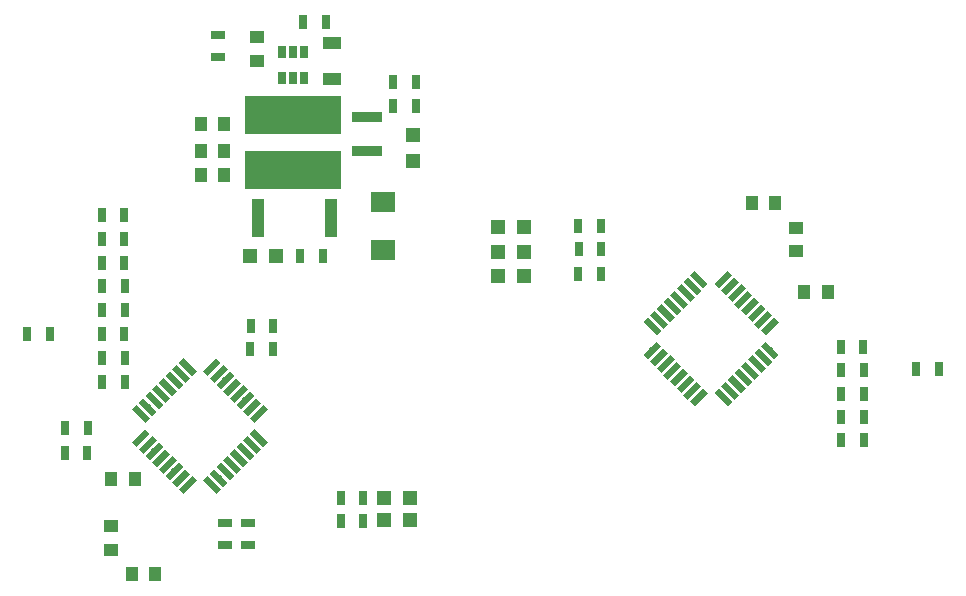
<source format=gtp>
G04 #@! TF.GenerationSoftware,KiCad,Pcbnew,(5.1.4-0-10_14)*
G04 #@! TF.CreationDate,2019-11-22T04:33:24-05:00*
G04 #@! TF.ProjectId,controllerBoard,636f6e74-726f-46c6-9c65-72426f617264,rev?*
G04 #@! TF.SameCoordinates,Original*
G04 #@! TF.FileFunction,Paste,Top*
G04 #@! TF.FilePolarity,Positive*
%FSLAX46Y46*%
G04 Gerber Fmt 4.6, Leading zero omitted, Abs format (unit mm)*
G04 Created by KiCad (PCBNEW (5.1.4-0-10_14)) date 2019-11-22 04:33:24*
%MOMM*%
%LPD*%
G04 APERTURE LIST*
%ADD10R,1.250000X1.000000*%
%ADD11R,1.000000X1.250000*%
%ADD12R,1.200000X1.200000*%
%ADD13R,2.500000X0.900000*%
%ADD14R,8.200000X3.300000*%
%ADD15R,0.700000X1.300000*%
%ADD16R,0.650000X1.060000*%
%ADD17R,1.600000X1.000000*%
%ADD18R,2.159000X1.778000*%
%ADD19R,1.000000X3.200000*%
%ADD20R,1.300000X0.700000*%
%ADD21C,0.550000*%
%ADD22C,0.100000*%
G04 APERTURE END LIST*
D10*
X57480200Y-55032400D03*
X57480200Y-57032400D03*
D11*
X54670200Y-64668400D03*
X52670200Y-64668400D03*
X54670200Y-62382400D03*
X52670200Y-62382400D03*
D12*
X59088200Y-73558400D03*
X56888200Y-73558400D03*
D13*
X66770700Y-64715900D03*
X66770700Y-61815900D03*
D14*
X60464700Y-61619900D03*
X60464700Y-66319900D03*
D15*
X68976200Y-60858400D03*
X70876200Y-60858400D03*
X68976200Y-58826400D03*
X70876200Y-58826400D03*
X63002200Y-73558400D03*
X61102200Y-73558400D03*
D16*
X59540100Y-58465900D03*
X60490100Y-58465900D03*
X61440100Y-58465900D03*
X61440100Y-56265900D03*
X59540100Y-56265900D03*
X60490100Y-56265900D03*
D17*
X63830200Y-58548400D03*
X63830200Y-55548400D03*
D11*
X54670200Y-66700400D03*
X52670200Y-66700400D03*
D12*
X70688200Y-63314400D03*
X70688200Y-65514400D03*
D18*
X68148200Y-73050400D03*
X68148200Y-68986400D03*
D19*
X63755200Y-70383400D03*
X57555200Y-70383400D03*
D15*
X61356200Y-53746400D03*
X63256200Y-53746400D03*
D20*
X54178200Y-54828400D03*
X54178200Y-56728400D03*
D11*
X47101000Y-92456000D03*
X45101000Y-92456000D03*
D10*
X45059600Y-98459800D03*
X45059600Y-96459800D03*
D11*
X105775000Y-76657200D03*
X103775000Y-76657200D03*
X101330000Y-69088000D03*
X99330000Y-69088000D03*
X48828200Y-100533200D03*
X46828200Y-100533200D03*
D10*
X103047800Y-73161400D03*
X103047800Y-71161400D03*
D12*
X80043200Y-71120000D03*
X77843200Y-71120000D03*
X80043200Y-73202800D03*
X77843200Y-73202800D03*
X77843200Y-75260200D03*
X80043200Y-75260200D03*
X70416600Y-95935800D03*
X68216600Y-95935800D03*
X68216600Y-94081600D03*
X70416600Y-94081600D03*
D15*
X64556600Y-95986600D03*
X66456600Y-95986600D03*
X44312800Y-72136000D03*
X46212800Y-72136000D03*
X44338200Y-84251800D03*
X46238200Y-84251800D03*
X43114000Y-88138000D03*
X41214000Y-88138000D03*
D20*
X54737000Y-96179600D03*
X54737000Y-98079600D03*
X56692800Y-98079600D03*
X56692800Y-96179600D03*
D15*
X46238200Y-78155800D03*
X44338200Y-78155800D03*
X46212800Y-74168000D03*
X44312800Y-74168000D03*
X44338200Y-76149200D03*
X46238200Y-76149200D03*
X46223000Y-80213200D03*
X44323000Y-80213200D03*
X37988200Y-80137000D03*
X39888200Y-80137000D03*
X86548000Y-71069200D03*
X84648000Y-71069200D03*
X84673400Y-72999600D03*
X86573400Y-72999600D03*
X86548000Y-75107800D03*
X84648000Y-75107800D03*
X108798400Y-81280000D03*
X106898400Y-81280000D03*
X108823800Y-85217000D03*
X106923800Y-85217000D03*
X108823800Y-89154000D03*
X106923800Y-89154000D03*
X106923800Y-87198200D03*
X108823800Y-87198200D03*
X108823800Y-83261200D03*
X106923800Y-83261200D03*
X113273800Y-83134200D03*
X115173800Y-83134200D03*
X66456600Y-94056200D03*
X64556600Y-94056200D03*
X56885800Y-81483200D03*
X58785800Y-81483200D03*
X58811200Y-79476600D03*
X56911200Y-79476600D03*
X46212800Y-70104000D03*
X44312800Y-70104000D03*
X46238200Y-82219800D03*
X44338200Y-82219800D03*
X41163200Y-90246200D03*
X43063200Y-90246200D03*
D21*
X47618297Y-88985505D03*
D22*
G36*
X47247066Y-89745645D02*
G01*
X46858157Y-89356736D01*
X47989528Y-88225365D01*
X48378437Y-88614274D01*
X47247066Y-89745645D01*
X47247066Y-89745645D01*
G37*
D21*
X48183983Y-89551190D03*
D22*
G36*
X47812752Y-90311330D02*
G01*
X47423843Y-89922421D01*
X48555214Y-88791050D01*
X48944123Y-89179959D01*
X47812752Y-90311330D01*
X47812752Y-90311330D01*
G37*
D21*
X48749668Y-90116876D03*
D22*
G36*
X48378437Y-90877016D02*
G01*
X47989528Y-90488107D01*
X49120899Y-89356736D01*
X49509808Y-89745645D01*
X48378437Y-90877016D01*
X48378437Y-90877016D01*
G37*
D21*
X49315353Y-90682561D03*
D22*
G36*
X48944122Y-91442701D02*
G01*
X48555213Y-91053792D01*
X49686584Y-89922421D01*
X50075493Y-90311330D01*
X48944122Y-91442701D01*
X48944122Y-91442701D01*
G37*
D21*
X49881039Y-91248247D03*
D22*
G36*
X49509808Y-92008387D02*
G01*
X49120899Y-91619478D01*
X50252270Y-90488107D01*
X50641179Y-90877016D01*
X49509808Y-92008387D01*
X49509808Y-92008387D01*
G37*
D21*
X50446724Y-91813932D03*
D22*
G36*
X50075493Y-92574072D02*
G01*
X49686584Y-92185163D01*
X50817955Y-91053792D01*
X51206864Y-91442701D01*
X50075493Y-92574072D01*
X50075493Y-92574072D01*
G37*
D21*
X51012410Y-92379617D03*
D22*
G36*
X50641179Y-93139757D02*
G01*
X50252270Y-92750848D01*
X51383641Y-91619477D01*
X51772550Y-92008386D01*
X50641179Y-93139757D01*
X50641179Y-93139757D01*
G37*
D21*
X51578095Y-92945303D03*
D22*
G36*
X51206864Y-93705443D02*
G01*
X50817955Y-93316534D01*
X51949326Y-92185163D01*
X52338235Y-92574072D01*
X51206864Y-93705443D01*
X51206864Y-93705443D01*
G37*
D21*
X53628705Y-92945303D03*
D22*
G36*
X54388845Y-93316534D02*
G01*
X53999936Y-93705443D01*
X52868565Y-92574072D01*
X53257474Y-92185163D01*
X54388845Y-93316534D01*
X54388845Y-93316534D01*
G37*
D21*
X54194390Y-92379617D03*
D22*
G36*
X54954530Y-92750848D02*
G01*
X54565621Y-93139757D01*
X53434250Y-92008386D01*
X53823159Y-91619477D01*
X54954530Y-92750848D01*
X54954530Y-92750848D01*
G37*
D21*
X54760076Y-91813932D03*
D22*
G36*
X55520216Y-92185163D02*
G01*
X55131307Y-92574072D01*
X53999936Y-91442701D01*
X54388845Y-91053792D01*
X55520216Y-92185163D01*
X55520216Y-92185163D01*
G37*
D21*
X55325761Y-91248247D03*
D22*
G36*
X56085901Y-91619478D02*
G01*
X55696992Y-92008387D01*
X54565621Y-90877016D01*
X54954530Y-90488107D01*
X56085901Y-91619478D01*
X56085901Y-91619478D01*
G37*
D21*
X55891447Y-90682561D03*
D22*
G36*
X56651587Y-91053792D02*
G01*
X56262678Y-91442701D01*
X55131307Y-90311330D01*
X55520216Y-89922421D01*
X56651587Y-91053792D01*
X56651587Y-91053792D01*
G37*
D21*
X56457132Y-90116876D03*
D22*
G36*
X57217272Y-90488107D02*
G01*
X56828363Y-90877016D01*
X55696992Y-89745645D01*
X56085901Y-89356736D01*
X57217272Y-90488107D01*
X57217272Y-90488107D01*
G37*
D21*
X57022817Y-89551190D03*
D22*
G36*
X57782957Y-89922421D02*
G01*
X57394048Y-90311330D01*
X56262677Y-89179959D01*
X56651586Y-88791050D01*
X57782957Y-89922421D01*
X57782957Y-89922421D01*
G37*
D21*
X57588503Y-88985505D03*
D22*
G36*
X58348643Y-89356736D02*
G01*
X57959734Y-89745645D01*
X56828363Y-88614274D01*
X57217272Y-88225365D01*
X58348643Y-89356736D01*
X58348643Y-89356736D01*
G37*
D21*
X57588503Y-86934895D03*
D22*
G36*
X57217272Y-87695035D02*
G01*
X56828363Y-87306126D01*
X57959734Y-86174755D01*
X58348643Y-86563664D01*
X57217272Y-87695035D01*
X57217272Y-87695035D01*
G37*
D21*
X57022817Y-86369210D03*
D22*
G36*
X56651586Y-87129350D02*
G01*
X56262677Y-86740441D01*
X57394048Y-85609070D01*
X57782957Y-85997979D01*
X56651586Y-87129350D01*
X56651586Y-87129350D01*
G37*
D21*
X56457132Y-85803524D03*
D22*
G36*
X56085901Y-86563664D02*
G01*
X55696992Y-86174755D01*
X56828363Y-85043384D01*
X57217272Y-85432293D01*
X56085901Y-86563664D01*
X56085901Y-86563664D01*
G37*
D21*
X55891447Y-85237839D03*
D22*
G36*
X55520216Y-85997979D02*
G01*
X55131307Y-85609070D01*
X56262678Y-84477699D01*
X56651587Y-84866608D01*
X55520216Y-85997979D01*
X55520216Y-85997979D01*
G37*
D21*
X55325761Y-84672153D03*
D22*
G36*
X54954530Y-85432293D02*
G01*
X54565621Y-85043384D01*
X55696992Y-83912013D01*
X56085901Y-84300922D01*
X54954530Y-85432293D01*
X54954530Y-85432293D01*
G37*
D21*
X54760076Y-84106468D03*
D22*
G36*
X54388845Y-84866608D02*
G01*
X53999936Y-84477699D01*
X55131307Y-83346328D01*
X55520216Y-83735237D01*
X54388845Y-84866608D01*
X54388845Y-84866608D01*
G37*
D21*
X54194390Y-83540783D03*
D22*
G36*
X53823159Y-84300923D02*
G01*
X53434250Y-83912014D01*
X54565621Y-82780643D01*
X54954530Y-83169552D01*
X53823159Y-84300923D01*
X53823159Y-84300923D01*
G37*
D21*
X53628705Y-82975097D03*
D22*
G36*
X53257474Y-83735237D02*
G01*
X52868565Y-83346328D01*
X53999936Y-82214957D01*
X54388845Y-82603866D01*
X53257474Y-83735237D01*
X53257474Y-83735237D01*
G37*
D21*
X51578095Y-82975097D03*
D22*
G36*
X52338235Y-83346328D02*
G01*
X51949326Y-83735237D01*
X50817955Y-82603866D01*
X51206864Y-82214957D01*
X52338235Y-83346328D01*
X52338235Y-83346328D01*
G37*
D21*
X51012410Y-83540783D03*
D22*
G36*
X51772550Y-83912014D02*
G01*
X51383641Y-84300923D01*
X50252270Y-83169552D01*
X50641179Y-82780643D01*
X51772550Y-83912014D01*
X51772550Y-83912014D01*
G37*
D21*
X50446724Y-84106468D03*
D22*
G36*
X51206864Y-84477699D02*
G01*
X50817955Y-84866608D01*
X49686584Y-83735237D01*
X50075493Y-83346328D01*
X51206864Y-84477699D01*
X51206864Y-84477699D01*
G37*
D21*
X49881039Y-84672153D03*
D22*
G36*
X50641179Y-85043384D02*
G01*
X50252270Y-85432293D01*
X49120899Y-84300922D01*
X49509808Y-83912013D01*
X50641179Y-85043384D01*
X50641179Y-85043384D01*
G37*
D21*
X49315353Y-85237839D03*
D22*
G36*
X50075493Y-85609070D02*
G01*
X49686584Y-85997979D01*
X48555213Y-84866608D01*
X48944122Y-84477699D01*
X50075493Y-85609070D01*
X50075493Y-85609070D01*
G37*
D21*
X48749668Y-85803524D03*
D22*
G36*
X49509808Y-86174755D02*
G01*
X49120899Y-86563664D01*
X47989528Y-85432293D01*
X48378437Y-85043384D01*
X49509808Y-86174755D01*
X49509808Y-86174755D01*
G37*
D21*
X48183983Y-86369210D03*
D22*
G36*
X48944123Y-86740441D02*
G01*
X48555214Y-87129350D01*
X47423843Y-85997979D01*
X47812752Y-85609070D01*
X48944123Y-86740441D01*
X48944123Y-86740441D01*
G37*
D21*
X47618297Y-86934895D03*
D22*
G36*
X48378437Y-87306126D02*
G01*
X47989528Y-87695035D01*
X46858157Y-86563664D01*
X47247066Y-86174755D01*
X48378437Y-87306126D01*
X48378437Y-87306126D01*
G37*
D21*
X100887303Y-81574705D03*
D22*
G36*
X100127163Y-81203474D02*
G01*
X100516072Y-80814565D01*
X101647443Y-81945936D01*
X101258534Y-82334845D01*
X100127163Y-81203474D01*
X100127163Y-81203474D01*
G37*
D21*
X100321617Y-82140390D03*
D22*
G36*
X99561477Y-81769159D02*
G01*
X99950386Y-81380250D01*
X101081757Y-82511621D01*
X100692848Y-82900530D01*
X99561477Y-81769159D01*
X99561477Y-81769159D01*
G37*
D21*
X99755932Y-82706076D03*
D22*
G36*
X98995792Y-82334845D02*
G01*
X99384701Y-81945936D01*
X100516072Y-83077307D01*
X100127163Y-83466216D01*
X98995792Y-82334845D01*
X98995792Y-82334845D01*
G37*
D21*
X99190247Y-83271761D03*
D22*
G36*
X98430107Y-82900530D02*
G01*
X98819016Y-82511621D01*
X99950387Y-83642992D01*
X99561478Y-84031901D01*
X98430107Y-82900530D01*
X98430107Y-82900530D01*
G37*
D21*
X98624561Y-83837447D03*
D22*
G36*
X97864421Y-83466216D02*
G01*
X98253330Y-83077307D01*
X99384701Y-84208678D01*
X98995792Y-84597587D01*
X97864421Y-83466216D01*
X97864421Y-83466216D01*
G37*
D21*
X98058876Y-84403132D03*
D22*
G36*
X97298736Y-84031901D02*
G01*
X97687645Y-83642992D01*
X98819016Y-84774363D01*
X98430107Y-85163272D01*
X97298736Y-84031901D01*
X97298736Y-84031901D01*
G37*
D21*
X97493190Y-84968817D03*
D22*
G36*
X96733050Y-84597586D02*
G01*
X97121959Y-84208677D01*
X98253330Y-85340048D01*
X97864421Y-85728957D01*
X96733050Y-84597586D01*
X96733050Y-84597586D01*
G37*
D21*
X96927505Y-85534503D03*
D22*
G36*
X96167365Y-85163272D02*
G01*
X96556274Y-84774363D01*
X97687645Y-85905734D01*
X97298736Y-86294643D01*
X96167365Y-85163272D01*
X96167365Y-85163272D01*
G37*
D21*
X94876895Y-85534503D03*
D22*
G36*
X95248126Y-84774363D02*
G01*
X95637035Y-85163272D01*
X94505664Y-86294643D01*
X94116755Y-85905734D01*
X95248126Y-84774363D01*
X95248126Y-84774363D01*
G37*
D21*
X94311210Y-84968817D03*
D22*
G36*
X94682441Y-84208677D02*
G01*
X95071350Y-84597586D01*
X93939979Y-85728957D01*
X93551070Y-85340048D01*
X94682441Y-84208677D01*
X94682441Y-84208677D01*
G37*
D21*
X93745524Y-84403132D03*
D22*
G36*
X94116755Y-83642992D02*
G01*
X94505664Y-84031901D01*
X93374293Y-85163272D01*
X92985384Y-84774363D01*
X94116755Y-83642992D01*
X94116755Y-83642992D01*
G37*
D21*
X93179839Y-83837447D03*
D22*
G36*
X93551070Y-83077307D02*
G01*
X93939979Y-83466216D01*
X92808608Y-84597587D01*
X92419699Y-84208678D01*
X93551070Y-83077307D01*
X93551070Y-83077307D01*
G37*
D21*
X92614153Y-83271761D03*
D22*
G36*
X92985384Y-82511621D02*
G01*
X93374293Y-82900530D01*
X92242922Y-84031901D01*
X91854013Y-83642992D01*
X92985384Y-82511621D01*
X92985384Y-82511621D01*
G37*
D21*
X92048468Y-82706076D03*
D22*
G36*
X92419699Y-81945936D02*
G01*
X92808608Y-82334845D01*
X91677237Y-83466216D01*
X91288328Y-83077307D01*
X92419699Y-81945936D01*
X92419699Y-81945936D01*
G37*
D21*
X91482783Y-82140390D03*
D22*
G36*
X91854014Y-81380250D02*
G01*
X92242923Y-81769159D01*
X91111552Y-82900530D01*
X90722643Y-82511621D01*
X91854014Y-81380250D01*
X91854014Y-81380250D01*
G37*
D21*
X90917097Y-81574705D03*
D22*
G36*
X91288328Y-80814565D02*
G01*
X91677237Y-81203474D01*
X90545866Y-82334845D01*
X90156957Y-81945936D01*
X91288328Y-80814565D01*
X91288328Y-80814565D01*
G37*
D21*
X90917097Y-79524095D03*
D22*
G36*
X90156957Y-79152864D02*
G01*
X90545866Y-78763955D01*
X91677237Y-79895326D01*
X91288328Y-80284235D01*
X90156957Y-79152864D01*
X90156957Y-79152864D01*
G37*
D21*
X91482783Y-78958410D03*
D22*
G36*
X90722643Y-78587179D02*
G01*
X91111552Y-78198270D01*
X92242923Y-79329641D01*
X91854014Y-79718550D01*
X90722643Y-78587179D01*
X90722643Y-78587179D01*
G37*
D21*
X92048468Y-78392724D03*
D22*
G36*
X91288328Y-78021493D02*
G01*
X91677237Y-77632584D01*
X92808608Y-78763955D01*
X92419699Y-79152864D01*
X91288328Y-78021493D01*
X91288328Y-78021493D01*
G37*
D21*
X92614153Y-77827039D03*
D22*
G36*
X91854013Y-77455808D02*
G01*
X92242922Y-77066899D01*
X93374293Y-78198270D01*
X92985384Y-78587179D01*
X91854013Y-77455808D01*
X91854013Y-77455808D01*
G37*
D21*
X93179839Y-77261353D03*
D22*
G36*
X92419699Y-76890122D02*
G01*
X92808608Y-76501213D01*
X93939979Y-77632584D01*
X93551070Y-78021493D01*
X92419699Y-76890122D01*
X92419699Y-76890122D01*
G37*
D21*
X93745524Y-76695668D03*
D22*
G36*
X92985384Y-76324437D02*
G01*
X93374293Y-75935528D01*
X94505664Y-77066899D01*
X94116755Y-77455808D01*
X92985384Y-76324437D01*
X92985384Y-76324437D01*
G37*
D21*
X94311210Y-76129983D03*
D22*
G36*
X93551070Y-75758752D02*
G01*
X93939979Y-75369843D01*
X95071350Y-76501214D01*
X94682441Y-76890123D01*
X93551070Y-75758752D01*
X93551070Y-75758752D01*
G37*
D21*
X94876895Y-75564297D03*
D22*
G36*
X94116755Y-75193066D02*
G01*
X94505664Y-74804157D01*
X95637035Y-75935528D01*
X95248126Y-76324437D01*
X94116755Y-75193066D01*
X94116755Y-75193066D01*
G37*
D21*
X96927505Y-75564297D03*
D22*
G36*
X97298736Y-74804157D02*
G01*
X97687645Y-75193066D01*
X96556274Y-76324437D01*
X96167365Y-75935528D01*
X97298736Y-74804157D01*
X97298736Y-74804157D01*
G37*
D21*
X97493190Y-76129983D03*
D22*
G36*
X97864421Y-75369843D02*
G01*
X98253330Y-75758752D01*
X97121959Y-76890123D01*
X96733050Y-76501214D01*
X97864421Y-75369843D01*
X97864421Y-75369843D01*
G37*
D21*
X98058876Y-76695668D03*
D22*
G36*
X98430107Y-75935528D02*
G01*
X98819016Y-76324437D01*
X97687645Y-77455808D01*
X97298736Y-77066899D01*
X98430107Y-75935528D01*
X98430107Y-75935528D01*
G37*
D21*
X98624561Y-77261353D03*
D22*
G36*
X98995792Y-76501213D02*
G01*
X99384701Y-76890122D01*
X98253330Y-78021493D01*
X97864421Y-77632584D01*
X98995792Y-76501213D01*
X98995792Y-76501213D01*
G37*
D21*
X99190247Y-77827039D03*
D22*
G36*
X99561478Y-77066899D02*
G01*
X99950387Y-77455808D01*
X98819016Y-78587179D01*
X98430107Y-78198270D01*
X99561478Y-77066899D01*
X99561478Y-77066899D01*
G37*
D21*
X99755932Y-78392724D03*
D22*
G36*
X100127163Y-77632584D02*
G01*
X100516072Y-78021493D01*
X99384701Y-79152864D01*
X98995792Y-78763955D01*
X100127163Y-77632584D01*
X100127163Y-77632584D01*
G37*
D21*
X100321617Y-78958410D03*
D22*
G36*
X100692848Y-78198270D02*
G01*
X101081757Y-78587179D01*
X99950386Y-79718550D01*
X99561477Y-79329641D01*
X100692848Y-78198270D01*
X100692848Y-78198270D01*
G37*
D21*
X100887303Y-79524095D03*
D22*
G36*
X101258534Y-78763955D02*
G01*
X101647443Y-79152864D01*
X100516072Y-80284235D01*
X100127163Y-79895326D01*
X101258534Y-78763955D01*
X101258534Y-78763955D01*
G37*
M02*

</source>
